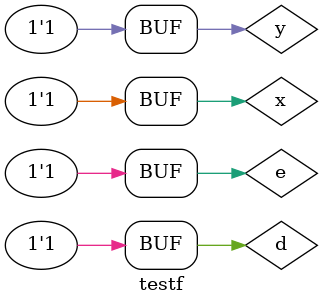
<source format=v>
module f0 (output s1,
input a,
input b,
input c,
input d);
and AND1 (s1,a,b,c,d);
endmodule//f0
module f1 (output s2,
input a,
input b,
input c,
input d);
or OR1 (s2,a,b,c,d);
endmodule//f1
module testf;
// ------------------------- definir dados 
reg  x,y,d,e;  
wire z;
wire w; 
f0 modulo ( z, x, y,d,e); 
f1 modulo1 ( w, x, y,d,e);
// ------------------------- parte principal 
initial begin 
$display("Exemplo0031 - Filipe Viana de Miranda - 446415"); 
$display("Test LU's module"); 
x = 'b0; y = 'b0;d ='b0;e ='b0;  
// projetar testes do modulo
#1 $display("\na b c d s1 s2");
#1 $monitor("%b %b %b %b %b %b",x,y,d,e,z,w);
#1 x = 'b0; y = 'b0;d ='b0;e ='b1;
#1 x = 'b0; y = 'b0;d ='b1;e ='b0;
#1 x = 'b0; y = 'b0;d ='b1;e ='b1;
#1 x = 'b0; y = 'b1;d ='b0;e ='b0;
#1 x = 'b0; y = 'b1;d ='b0;e ='b1;
#1 x = 'b0; y = 'b1;d ='b1;e ='b0;
#1 x = 'b0; y = 'b1;d ='b1;e ='b1;
#1 x = 'b1; y = 'b0;d ='b0;e ='b1;
#1 x = 'b1; y = 'b0;d ='b1;e ='b0;
#1 x = 'b1; y = 'b0;d ='b1;e ='b1;
#1 x = 'b1; y = 'b1;d ='b0;e ='b0;
#1 x = 'b1; y = 'b1;d ='b0;e ='b1;
#1 x = 'b1; y = 'b1;d ='b1;e ='b0;
#1 x = 'b1; y = 'b1;d ='b1;e ='b1;


end 
endmodule // test_f4 
</source>
